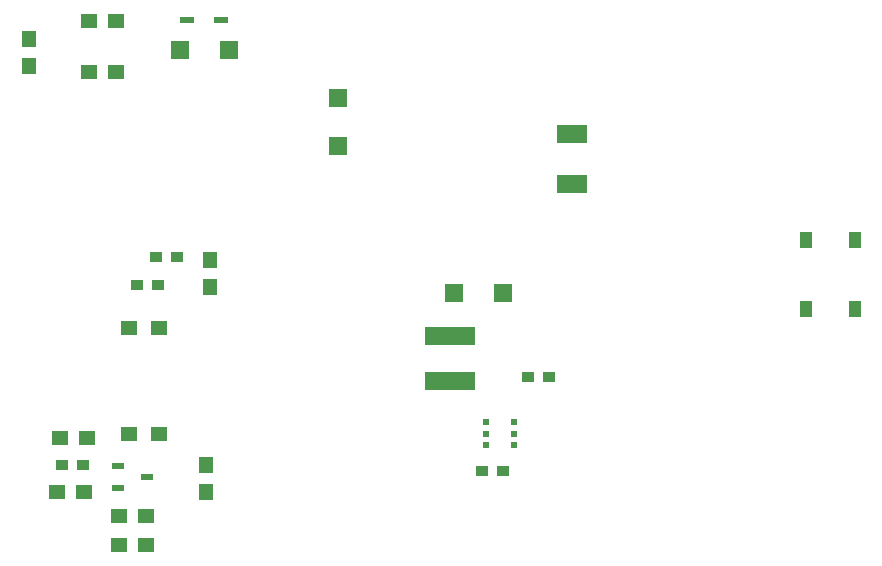
<source format=gbr>
%FSLAX23Y23*%
%MOIN*%
G04 EasyPC Gerber Version 17.0 Build 3379 *
%ADD104R,0.04324X0.05506*%
%ADD97R,0.04521X0.02159*%
%ADD99R,0.05100X0.05600*%
%ADD102R,0.05899X0.06450*%
%ADD94R,0.02356X0.01962*%
%ADD101R,0.04324X0.02356*%
%ADD93R,0.03891X0.03537*%
%ADD100R,0.05506X0.04718*%
%ADD98R,0.05600X0.05100*%
%ADD96R,0.06450X0.05899*%
%ADD103R,0.16529X0.05899*%
%ADD95R,0.09836X0.06293*%
X0Y0D02*
D02*
D93*
X371Y410D03*
X441D03*
X621Y1010D03*
X686Y1105D03*
X691Y1010D03*
X756Y1105D03*
X1771Y390D03*
X1841D03*
X1926Y705D03*
X1996D03*
D02*
D94*
X1784Y478D03*
Y515D03*
Y553D03*
X1878Y478D03*
Y515D03*
Y553D03*
D02*
D95*
X2071Y1348D03*
Y1513D03*
D02*
D96*
X1291Y1474D03*
Y1636D03*
D02*
D97*
X790Y1895D03*
X902D03*
D02*
D98*
X356Y320D03*
X366Y500D03*
X446Y320D03*
X456Y500D03*
X461Y1720D03*
Y1890D03*
X551Y1720D03*
Y1890D03*
X561Y145D03*
Y240D03*
X651Y145D03*
Y240D03*
D02*
D99*
X261Y1740D03*
Y1830D03*
X851Y320D03*
Y410D03*
X866Y1005D03*
Y1095D03*
D02*
D100*
X597Y513D03*
Y867D03*
X697Y513D03*
Y867D03*
D02*
D101*
X558Y333D03*
Y407D03*
X655Y370D03*
D02*
D102*
X765Y1795D03*
X928D03*
X1680Y985D03*
X1843D03*
D02*
D103*
X1666Y690D03*
Y840D03*
D02*
D104*
X2851Y931D03*
Y1160D03*
X3016Y931D03*
Y1160D03*
X0Y0D02*
M02*

</source>
